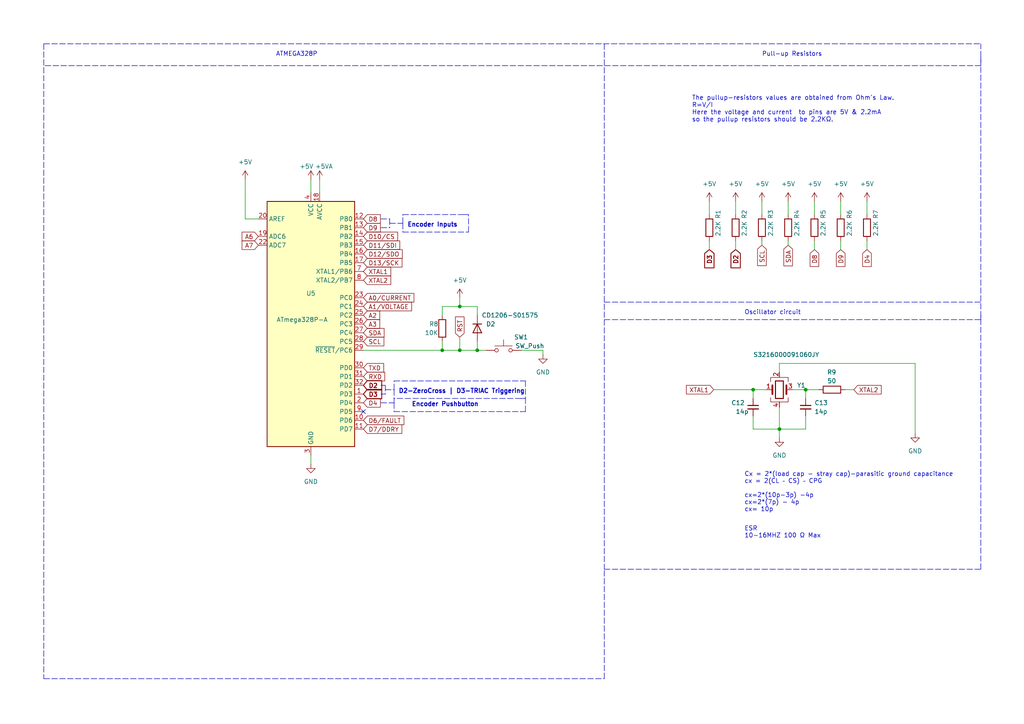
<source format=kicad_sch>
(kicad_sch (version 20210621) (generator eeschema)
  (paper "A4")
  (lib_symbols
    (symbol "Device:C_Small" (pin_numbers hide) (pin_names (offset 0.254) hide)
      (property "Reference" "C" (at 0.254 1.778 0))
      (property "Value" "C_Small" (at 0.254 -2.032 0))
      (symbol "C_Small_0_1"
        (polyline (pts (xy -1.524 -0.508) (xy 1.524 -0.508)) (stroke (width 0.3302)))
        (polyline (pts (xy -1.524 0.508) (xy 1.524 0.508)) (stroke (width 0.3048)))
      )
      (symbol "C_Small_1_1"
        (pin passive line (at 0 2.54 270) (length 2.032) (name "~") (number "1"))
        (pin passive line (at 0 -2.54 90) (length 2.032) (name "~") (number "2"))
      )
    )
    (symbol "Device:Crystal_GND24" (pin_names (offset 1.016) hide)
      (property "Reference" "Y" (at 3.175 5.08 0))
      (property "Value" "Crystal_GND24" (at 3.175 3.175 0))
      (symbol "Crystal_GND24_0_1"
        (rectangle (start -1.143 2.54) (end 1.143 -2.54) (stroke (width 0.3048)))
        (polyline (pts (xy -2.54 0) (xy -2.032 0)))
        (polyline (pts (xy -2.032 -1.27) (xy -2.032 1.27)) (stroke (width 0.508)))
        (polyline (pts (xy 0 -3.81) (xy 0 -3.556)))
        (polyline (pts (xy 0 3.556) (xy 0 3.81)))
        (polyline (pts (xy 2.032 -1.27) (xy 2.032 1.27)) (stroke (width 0.508)))
        (polyline (pts (xy 2.032 0) (xy 2.54 0)))
        (polyline (pts (xy -2.54 -2.286) (xy -2.54 -3.556) (xy 2.54 -3.556) (xy 2.54 -2.286)))
        (polyline (pts (xy -2.54 2.286) (xy -2.54 3.556) (xy 2.54 3.556) (xy 2.54 2.286)))
      )
      (symbol "Crystal_GND24_1_1"
        (pin passive line (at -3.81 0 0) (length 1.27) (name "1") (number "1"))
        (pin passive line (at 0 5.08 270) (length 1.27) (name "2") (number "2"))
        (pin passive line (at 3.81 0 180) (length 1.27) (name "3") (number "3"))
        (pin passive line (at 0 -5.08 90) (length 1.27) (name "4") (number "4"))
      )
    )
    (symbol "Device:R" (pin_numbers hide) (pin_names (offset 0))
      (property "Reference" "R" (at 2.032 0 90))
      (property "Value" "R" (at 0 0 90))
      (symbol "R_0_1"
        (rectangle (start -1.016 -2.54) (end 1.016 2.54) (stroke (width 0.254)))
      )
      (symbol "R_1_1"
        (pin passive line (at 0 3.81 270) (length 1.27) (name "~") (number "1"))
        (pin passive line (at 0 -3.81 90) (length 1.27) (name "~") (number "2"))
      )
    )
    (symbol "Diode:1N4002" (pin_numbers hide) (pin_names (offset 1.016) hide)
      (property "Reference" "D" (at 0 2.54 0))
      (property "Value" "1N4002" (at 0 -2.54 0))
      (symbol "1N4002_0_1"
        (polyline (pts (xy -1.27 1.27) (xy -1.27 -1.27)) (stroke (width 0.254)))
        (polyline (pts (xy 1.27 0) (xy -1.27 0)))
        (polyline (pts (xy 1.27 1.27) (xy 1.27 -1.27) (xy -1.27 0) (xy 1.27 1.27)) (stroke (width 0.254)))
      )
      (symbol "1N4002_1_1"
        (pin passive line (at -3.81 0 0) (length 2.54) (name "K") (number "1"))
        (pin passive line (at 3.81 0 180) (length 2.54) (name "A") (number "2"))
      )
    )
    (symbol "MCU_Microchip_ATmega:ATmega328P-A"
      (property "Reference" "U" (at -12.7 36.83 0))
      (property "Value" "ATmega328P-A" (at 2.54 -36.83 0))
      (symbol "ATmega328P-A_0_1"
        (rectangle (start -12.7 -35.56) (end 12.7 35.56) (stroke (width 0.254)) (fill (type background)))
      )
      (symbol "ATmega328P-A_1_1"
        (pin bidirectional line (at 15.24 -20.32 180) (length 2.54) (name "PD3") (number "1"))
        (pin bidirectional line (at 15.24 -27.94 180) (length 2.54) (name "PD6") (number "10"))
        (pin bidirectional line (at 15.24 -30.48 180) (length 2.54) (name "PD7") (number "11"))
        (pin bidirectional line (at 15.24 30.48 180) (length 2.54) (name "PB0") (number "12"))
        (pin bidirectional line (at 15.24 27.94 180) (length 2.54) (name "PB1") (number "13"))
        (pin bidirectional line (at 15.24 25.4 180) (length 2.54) (name "PB2") (number "14"))
        (pin bidirectional line (at 15.24 22.86 180) (length 2.54) (name "PB3") (number "15"))
        (pin bidirectional line (at 15.24 20.32 180) (length 2.54) (name "PB4") (number "16"))
        (pin bidirectional line (at 15.24 17.78 180) (length 2.54) (name "PB5") (number "17"))
        (pin power_in line (at 2.54 38.1 270) (length 2.54) (name "AVCC") (number "18"))
        (pin input line (at -15.24 25.4 0) (length 2.54) (name "ADC6") (number "19"))
        (pin bidirectional line (at 15.24 -22.86 180) (length 2.54) (name "PD4") (number "2"))
        (pin passive line (at -15.24 30.48 0) (length 2.54) (name "AREF") (number "20"))
        (pin passive line (at 0 -38.1 90) (length 2.54) hide (name "GND") (number "21"))
        (pin input line (at -15.24 22.86 0) (length 2.54) (name "ADC7") (number "22"))
        (pin bidirectional line (at 15.24 7.62 180) (length 2.54) (name "PC0") (number "23"))
        (pin bidirectional line (at 15.24 5.08 180) (length 2.54) (name "PC1") (number "24"))
        (pin bidirectional line (at 15.24 2.54 180) (length 2.54) (name "PC2") (number "25"))
        (pin bidirectional line (at 15.24 0 180) (length 2.54) (name "PC3") (number "26"))
        (pin bidirectional line (at 15.24 -2.54 180) (length 2.54) (name "PC4") (number "27"))
        (pin bidirectional line (at 15.24 -5.08 180) (length 2.54) (name "PC5") (number "28"))
        (pin bidirectional line (at 15.24 -7.62 180) (length 2.54) (name "~{RESET}/PC6") (number "29"))
        (pin power_in line (at 0 -38.1 90) (length 2.54) (name "GND") (number "3"))
        (pin bidirectional line (at 15.24 -12.7 180) (length 2.54) (name "PD0") (number "30"))
        (pin bidirectional line (at 15.24 -15.24 180) (length 2.54) (name "PD1") (number "31"))
        (pin bidirectional line (at 15.24 -17.78 180) (length 2.54) (name "PD2") (number "32"))
        (pin power_in line (at 0 38.1 270) (length 2.54) (name "VCC") (number "4"))
        (pin passive line (at 0 -38.1 90) (length 2.54) hide (name "GND") (number "5"))
        (pin passive line (at 0 38.1 270) (length 2.54) hide (name "VCC") (number "6"))
        (pin bidirectional line (at 15.24 15.24 180) (length 2.54) (name "XTAL1/PB6") (number "7"))
        (pin bidirectional line (at 15.24 12.7 180) (length 2.54) (name "XTAL2/PB7") (number "8"))
        (pin bidirectional line (at 15.24 -25.4 180) (length 2.54) (name "PD5") (number "9"))
      )
    )
    (symbol "Switch:SW_Push" (pin_numbers hide) (pin_names (offset 1.016) hide)
      (property "Reference" "SW" (at 1.27 2.54 0))
      (property "Value" "SW_Push" (at 0 -1.524 0))
      (symbol "SW_Push_0_1"
        (circle (center -2.032 0) (radius 0.508))
        (polyline (pts (xy 0 1.27) (xy 0 3.048)))
        (polyline (pts (xy 2.54 1.27) (xy -2.54 1.27)))
        (circle (center 2.032 0) (radius 0.508))
        (pin passive line (at -5.08 0 0) (length 2.54) (name "1") (number "1"))
        (pin passive line (at 5.08 0 180) (length 2.54) (name "2") (number "2"))
      )
    )
    (symbol "power:+5V" (power) (pin_names (offset 0))
      (property "Value" "+5V" (at 0 3.556 0))
      (symbol "+5V_0_1"
        (polyline (pts (xy -0.762 1.27) (xy 0 2.54)))
        (polyline (pts (xy 0 0) (xy 0 2.54)))
        (polyline (pts (xy 0 2.54) (xy 0.762 1.27)))
      )
      (symbol "+5V_1_1"
        (pin power_in line (at 0 0 90) (length 0) hide (name "+5V") (number "1"))
      )
    )
    (symbol "power:+5VA" (power) (pin_names (offset 0))
      (property "Value" "+5VA" (at 0 3.556 0))
      (symbol "+5VA_0_1"
        (polyline (pts (xy -0.762 1.27) (xy 0 2.54)))
        (polyline (pts (xy 0 0) (xy 0 2.54)))
        (polyline (pts (xy 0 2.54) (xy 0.762 1.27)))
      )
      (symbol "+5VA_1_1"
        (pin power_in line (at 0 0 90) (length 0) hide (name "+5VA") (number "1"))
      )
    )
    (symbol "power:GND" (power) (pin_names (offset 0))
      (property "Value" "GND" (at 0 -3.81 0))
      (symbol "GND_0_1"
        (polyline (pts (xy 0 0) (xy 0 -1.27) (xy 1.27 -1.27) (xy 0 -2.54) (xy -1.27 -1.27) (xy 0 -1.27)))
      )
      (symbol "GND_1_1"
        (pin power_in line (at 0 0 270) (length 0) hide (name "GND") (number "1"))
      )
    )
  )
  (junction (at 226.06 124.46))
  (junction (at 218.44 113.03))
  (junction (at 128.27 101.6))
  (junction (at 133.35 101.6))
  (junction (at 138.43 101.6))
  (junction (at 133.35 88.9))
  (junction (at 233.68 113.03))
  (no_connect (at 105.41 119.38))
  (wire (pts (xy 226.06 105.41) (xy 265.43 105.41)))
  (wire (pts (xy 226.06 107.95) (xy 226.06 105.41)))
  (polyline (pts (xy 151.13 110.49) (xy 152.4 110.49)))
  (wire (pts (xy 220.98 58.42) (xy 220.98 62.23)))
  (wire (pts (xy 138.43 101.6) (xy 140.97 101.6)))
  (polyline (pts (xy 114.3 113.03) (xy 114.3 110.49)))
  (polyline (pts (xy 114.3 113.03) (xy 114.3 115.57)))
  (polyline (pts (xy 152.4 110.49) (xy 152.4 115.57)))
  (polyline (pts (xy 114.3 110.49) (xy 151.13 110.49)))
  (polyline (pts (xy 151.13 115.57) (xy 114.3 115.57)))
  (polyline (pts (xy 284.48 91.44) (xy 284.48 92.71)))
  (wire (pts (xy 265.43 105.41) (xy 265.43 125.73)))
  (polyline (pts (xy 114.3 115.57) (xy 114.3 116.84)))
  (polyline (pts (xy 110.49 116.84) (xy 114.3 116.84)))
  (wire (pts (xy 245.11 113.03) (xy 247.65 113.03)))
  (wire (pts (xy 218.44 120.65) (xy 218.44 124.46)))
  (wire (pts (xy 213.36 72.39) (xy 213.36 69.85)))
  (polyline (pts (xy 114.3 116.84) (xy 114.3 119.38)))
  (polyline (pts (xy 114.3 119.38) (xy 151.13 119.38)))
  (wire (pts (xy 207.01 113.03) (xy 218.44 113.03)))
  (wire (pts (xy 233.68 120.65) (xy 233.68 124.46)))
  (wire (pts (xy 220.98 71.12) (xy 220.98 69.85)))
  (polyline (pts (xy 175.26 165.1) (xy 284.48 165.1)))
  (polyline (pts (xy 284.48 165.1) (xy 284.48 12.7)))
  (polyline (pts (xy 12.7 196.85) (xy 175.26 196.85)))
  (polyline (pts (xy 175.26 196.85) (xy 175.26 165.1)))
  (polyline (pts (xy 12.7 12.7) (xy 12.7 196.85)))
  (polyline (pts (xy 12.7 12.7) (xy 284.48 12.7)))
  (wire (pts (xy 226.06 118.11) (xy 226.06 124.46)))
  (wire (pts (xy 236.22 58.42) (xy 236.22 62.23)))
  (wire (pts (xy 233.68 113.03) (xy 237.49 113.03)))
  (wire (pts (xy 226.06 124.46) (xy 233.68 124.46)))
  (wire (pts (xy 218.44 124.46) (xy 226.06 124.46)))
  (wire (pts (xy 233.68 113.03) (xy 233.68 115.57)))
  (wire (pts (xy 229.87 113.03) (xy 233.68 113.03)))
  (wire (pts (xy 243.84 72.39) (xy 243.84 69.85)))
  (polyline (pts (xy 110.49 114.3) (xy 111.76 114.3)))
  (polyline (pts (xy 110.49 111.76) (xy 111.76 111.76)))
  (polyline (pts (xy 111.76 111.76) (xy 111.76 114.3)))
  (wire (pts (xy 133.35 86.36) (xy 133.35 88.9)))
  (wire (pts (xy 90.17 132.08) (xy 90.17 134.62)))
  (polyline (pts (xy 116.84 64.77) (xy 116.84 67.31)))
  (polyline (pts (xy 113.03 64.77) (xy 116.84 64.77)))
  (polyline (pts (xy 116.84 64.77) (xy 116.84 62.23)))
  (polyline (pts (xy 116.84 62.23) (xy 134.62 62.23)))
  (wire (pts (xy 228.6 71.12) (xy 228.6 69.85)))
  (wire (pts (xy 138.43 88.9) (xy 138.43 91.44)))
  (wire (pts (xy 133.35 88.9) (xy 138.43 88.9)))
  (wire (pts (xy 128.27 88.9) (xy 133.35 88.9)))
  (wire (pts (xy 128.27 91.44) (xy 128.27 88.9)))
  (wire (pts (xy 128.27 99.06) (xy 128.27 101.6)))
  (wire (pts (xy 105.41 101.6) (xy 128.27 101.6)))
  (polyline (pts (xy 151.13 119.38) (xy 152.4 119.38)))
  (polyline (pts (xy 152.4 119.38) (xy 152.4 115.57)))
  (wire (pts (xy 92.71 52.07) (xy 92.71 55.88)))
  (wire (pts (xy 205.74 58.42) (xy 205.74 62.23)))
  (polyline (pts (xy 151.13 115.57) (xy 152.4 115.57)))
  (wire (pts (xy 228.6 58.42) (xy 228.6 62.23)))
  (wire (pts (xy 251.46 72.39) (xy 251.46 69.85)))
  (polyline (pts (xy 175.26 87.63) (xy 284.48 87.63)))
  (wire (pts (xy 138.43 101.6) (xy 138.43 99.06)))
  (wire (pts (xy 133.35 101.6) (xy 138.43 101.6)))
  (wire (pts (xy 128.27 101.6) (xy 133.35 101.6)))
  (polyline (pts (xy 284.48 16.51) (xy 284.48 19.05)))
  (polyline (pts (xy 284.48 19.05) (xy 12.7 19.05)))
  (wire (pts (xy 213.36 58.42) (xy 213.36 62.23)))
  (polyline (pts (xy 110.49 63.5) (xy 113.03 63.5)))
  (polyline (pts (xy 110.49 66.04) (xy 113.03 66.04)))
  (polyline (pts (xy 113.03 63.5) (xy 113.03 66.04)))
  (wire (pts (xy 90.17 52.07) (xy 90.17 55.88)))
  (polyline (pts (xy 116.84 67.31) (xy 135.89 67.31)))
  (polyline (pts (xy 135.89 67.31) (xy 135.89 62.23)))
  (polyline (pts (xy 134.62 62.23) (xy 135.89 62.23)))
  (wire (pts (xy 251.46 58.42) (xy 251.46 62.23)))
  (wire (pts (xy 226.06 124.46) (xy 226.06 127)))
  (wire (pts (xy 218.44 113.03) (xy 222.25 113.03)))
  (wire (pts (xy 218.44 113.03) (xy 218.44 115.57)))
  (polyline (pts (xy 111.76 113.03) (xy 114.3 113.03)))
  (wire (pts (xy 205.74 72.39) (xy 205.74 69.85)))
  (wire (pts (xy 236.22 72.39) (xy 236.22 69.85)))
  (wire (pts (xy 71.12 63.5) (xy 74.93 63.5)))
  (wire (pts (xy 71.12 52.07) (xy 71.12 63.5)))
  (wire (pts (xy 243.84 58.42) (xy 243.84 62.23)))
  (wire (pts (xy 151.13 101.6) (xy 157.48 101.6)))
  (wire (pts (xy 157.48 101.6) (xy 157.48 102.87)))
  (polyline (pts (xy 175.26 92.71) (xy 284.48 92.71)))
  (wire (pts (xy 133.35 97.79) (xy 133.35 101.6)))
  (polyline (pts (xy 175.26 12.7) (xy 175.26 165.1)))
  (text "Cx = 2*(load cap - stray cap)-parasitic ground capacitance\ncx = 2(CL – CS) – CPG \n\ncx=2*(10p-3p) -4p\ncx=2*(7p) - 4p\ncx= 10p" (at 215.9 148.59 0) (effects (font (size 1.27 1.27)) (justify left bottom)))
  (text "The pullup-resistors values are obtained from Ohm's Law.\nR=V/I\nHere the voltage and current  to pins are 5V & 2.2mA \nso the pullup resistors should be 2.2KΩ.\n" (at 200.66 35.56 0) (effects (font (size 1.3 1.3)) (justify left bottom)))
  (text "Encoder Inputs\n" (at 118.11 66.04 0) (effects (font (size 1.27 1.27) (thickness 0.254) bold) (justify left bottom)))
  (text "ESR\n10-16MHZ 100 Ω Max" (at 215.9 156.21 0) (effects (font (size 1.27 1.27)) (justify left bottom)))
  (text "D2-ZeroCross | D3-TRIAC Triggering\n" (at 115.57 114.3 0) (effects (font (size 1.27 1.27) (thickness 0.254) bold) (justify left bottom)))
  (text "ATMEGA328P\n" (at 80.01 16.51 0) (effects (font (size 1.27 1.27)) (justify left bottom)))
  (text "Oscillator circuit" (at 215.9 91.44 0) (effects (font (size 1.27 1.27)) (justify left bottom)))
  (text "Encoder Pushbutton\n" (at 119.38 118.11 0) (effects (font (size 1.27 1.27) (thickness 0.254) bold) (justify left bottom)))
  (text "Pull-up Resistors\n" (at 220.98 16.51 0) (effects (font (size 1.27 1.27)) (justify left bottom)))
  (global_label "D11{slash}SDI" (shape input) (at 105.41 71.12 0) (property "Intersheet References" "${INTERSHEET_REFS}" (effects hide)))
  (global_label "D4" (shape input) (at 251.46 72.39 270) (property "Intersheet References" "${INTERSHEET_REFS}" (effects hide)))
  (global_label "SCL" (shape input) (at 220.98 71.12 270) (property "Intersheet References" "${INTERSHEET_REFS}" (effects hide)))
  (global_label "D8" (shape input) (at 105.41 63.5 0) (property "Intersheet References" "${INTERSHEET_REFS}" (effects hide)))
  (global_label "D3" (shape input) (at 105.41 114.3 0) (effects (font (thickness 0.254) bold)) (property "Intersheet References" "${INTERSHEET_REFS}" (effects hide)))
  (global_label "XTAL2" (shape input) (at 105.41 81.28 0) (property "Intersheet References" "${INTERSHEET_REFS}" (effects hide)))
  (global_label "A6" (shape input) (at 74.93 68.58 180) (property "Intersheet References" "${INTERSHEET_REFS}" (effects hide)))
  (global_label "A3" (shape input) (at 105.41 93.98 0) (property "Intersheet References" "${INTERSHEET_REFS}" (effects hide)))
  (global_label "XTAL2" (shape input) (at 247.65 113.03 0) (property "Intersheet References" "${INTERSHEET_REFS}" (effects hide)))
  (global_label "A1{slash}VOLTAGE" (shape input) (at 105.41 88.9 0) (property "Intersheet References" "${INTERSHEET_REFS}" (effects hide)))
  (global_label "SDA" (shape input) (at 228.6 71.12 270) (property "Intersheet References" "${INTERSHEET_REFS}" (effects hide)))
  (global_label "XTAL1" (shape input) (at 207.01 113.03 180) (property "Intersheet References" "${INTERSHEET_REFS}" (effects hide)))
  (global_label "D10{slash}CS" (shape input) (at 105.41 68.58 0) (property "Intersheet References" "${INTERSHEET_REFS}" (effects hide)))
  (global_label "SCL" (shape input) (at 105.41 99.06 0) (property "Intersheet References" "${INTERSHEET_REFS}" (effects hide)))
  (global_label "TXD" (shape input) (at 105.41 106.68 0) (property "Intersheet References" "${INTERSHEET_REFS}" (effects hide)))
  (global_label "D8" (shape input) (at 236.22 72.39 270) (property "Intersheet References" "${INTERSHEET_REFS}" (effects hide)))
  (global_label "D2" (shape input) (at 105.41 111.76 0) (effects (font (thickness 0.254) bold)) (property "Intersheet References" "${INTERSHEET_REFS}" (effects hide)))
  (global_label "A2" (shape input) (at 105.41 91.44 0) (property "Intersheet References" "${INTERSHEET_REFS}" (effects hide)))
  (global_label "RXD" (shape input) (at 105.41 109.22 0) (property "Intersheet References" "${INTERSHEET_REFS}" (effects hide)))
  (global_label "D3" (shape input) (at 205.74 72.39 270) (effects (font (thickness 0.254) bold)) (property "Intersheet References" "${INTERSHEET_REFS}" (effects hide)))
  (global_label "A7" (shape input) (at 74.93 71.12 180) (property "Intersheet References" "${INTERSHEET_REFS}" (effects hide)))
  (global_label "D2" (shape input) (at 213.36 72.39 270) (effects (font (thickness 0.254) bold)) (property "Intersheet References" "${INTERSHEET_REFS}" (effects hide)))
  (global_label "D6{slash}FAULT" (shape input) (at 105.41 121.92 0) (property "Intersheet References" "${INTERSHEET_REFS}" (effects hide)))
  (global_label "D7{slash}DDRY" (shape input) (at 105.41 124.46 0) (property "Intersheet References" "${INTERSHEET_REFS}" (effects hide)))
  (global_label "XTAL1" (shape input) (at 105.41 78.74 0) (property "Intersheet References" "${INTERSHEET_REFS}" (effects hide)))
  (global_label "D9" (shape input) (at 243.84 72.39 270) (property "Intersheet References" "${INTERSHEET_REFS}" (effects hide)))
  (global_label "RST" (shape input) (at 133.35 97.79 90) (property "Intersheet References" "${INTERSHEET_REFS}" (effects hide)))
  (global_label "D4" (shape input) (at 105.41 116.84 0) (property "Intersheet References" "${INTERSHEET_REFS}" (effects hide)))
  (global_label "SDA" (shape input) (at 105.41 96.52 0) (property "Intersheet References" "${INTERSHEET_REFS}" (effects hide)))
  (global_label "D12{slash}SDO" (shape input) (at 105.41 73.66 0) (property "Intersheet References" "${INTERSHEET_REFS}" (effects hide)))
  (global_label "D9" (shape input) (at 105.41 66.04 0) (property "Intersheet References" "${INTERSHEET_REFS}" (effects hide)))
  (global_label "D13{slash}SCK" (shape input) (at 105.41 76.2 0) (property "Intersheet References" "${INTERSHEET_REFS}" (effects hide)))
  (global_label "A0{slash}CURRENT" (shape input) (at 105.41 86.36 0) (property "Intersheet References" "${INTERSHEET_REFS}" (effects hide)))
  (symbol (lib_id "power:+5V") (at 90.17 52.07 0) (unit 1)
    (property "Reference" "#PWR021" (effects hide))
    (property "Value" "+5V" (at 88.9 48.26 0))
  )
  (symbol (lib_id "Device:Crystal_GND24") (at 226.06 113.03 0) (unit 1)
    (property "Reference" "Y1" (at 231.14 111.7599 0) (effects (justify left)))
    (property "Value" "S3216000091060JY" (at 218.44 102.8699 0) (effects (justify left)))
    (property "Footprint" "Crystal:Crystal_SMD_3225-4Pin_3.2x2.5mm_HandSoldering" (effects hide))
  )
  (symbol (lib_id "Device:R") (at 213.36 66.04 0) (unit 1)
    (property "Reference" "R2" (at 215.9 63.4999 90) (effects (justify left)))
    (property "Value" "2.2K" (at 215.9 68.5799 90) (effects (justify left)))
    (property "Footprint" "Resistor_SMD:R_0805_2012Metric" (effects hide))
  )
  (symbol (lib_id "Device:C_Small") (at 233.68 118.11 0) (unit 1)
    (property "Reference" "C13" (at 236.22 116.8399 0) (effects (justify left)))
    (property "Value" "14p" (at 236.22 119.3799 0) (effects (justify left)))
    (property "Footprint" "Capacitor_SMD:C_0805_2012Metric" (effects hide))
  )
  (symbol (lib_id "power:+5VA") (at 92.71 52.07 0) (unit 1)
    (property "Reference" "#PWR022" (effects hide))
    (property "Value" "+5VA" (at 93.98 48.26 0))
  )
  (symbol (lib_id "power:+5V") (at 236.22 58.42 0) (unit 1)
    (property "Reference" "#PWR027" (effects hide))
    (property "Value" "+5V" (at 236.22 53.34 0))
  )
  (symbol (lib_id "power:+5V") (at 220.98 58.42 0) (unit 1)
    (property "Reference" "#PWR025" (effects hide))
    (property "Value" "+5V" (at 220.98 53.34 0))
  )
  (symbol (lib_id "Device:R") (at 251.46 66.04 0) (unit 1)
    (property "Reference" "R7" (at 254 63.4999 90) (effects (justify left)))
    (property "Value" "2.2K" (at 254 68.5799 90) (effects (justify left)))
    (property "Footprint" "Resistor_SMD:R_0805_2012Metric" (effects hide))
  )
  (symbol (lib_id "Device:R") (at 220.98 66.04 0) (unit 1)
    (property "Reference" "R3" (at 223.52 63.4999 90) (effects (justify left)))
    (property "Value" "2.2K" (at 223.52 68.5799 90) (effects (justify left)))
    (property "Footprint" "Resistor_SMD:R_0805_2012Metric" (effects hide))
  )
  (symbol (lib_id "power:+5V") (at 213.36 58.42 0) (unit 1)
    (property "Reference" "#PWR024" (effects hide))
    (property "Value" "+5V" (at 213.36 53.34 0))
  )
  (symbol (lib_id "Device:R") (at 236.22 66.04 0) (unit 1)
    (property "Reference" "R5" (at 238.76 63.4999 90) (effects (justify left)))
    (property "Value" "2.2K" (at 238.76 68.5799 90) (effects (justify left)))
    (property "Footprint" "Resistor_SMD:R_0805_2012Metric" (effects hide))
  )
  (symbol (lib_id "Device:R") (at 241.3 113.03 90) (unit 1)
    (property "Reference" "R9" (at 242.5699 107.95 90) (effects (justify left)))
    (property "Value" "50" (at 242.5699 110.49 90) (effects (justify left)))
    (property "Footprint" "Resistor_SMD:R_0805_2012Metric" (effects hide))
  )
  (symbol (lib_id "Switch:SW_Push") (at 146.05 101.6 0) (unit 1)
    (property "Reference" "SW1" (at 151.13 97.79 0))
    (property "Value" "SW_Push" (at 153.67 100.33 0))
    (property "Footprint" "Button_Switch_SMD:SW_SPST_CK_RS282G05A3" (effects hide))
  )
  (symbol (lib_id "Device:R") (at 205.74 66.04 0) (unit 1)
    (property "Reference" "R1" (at 208.28 63.4999 90) (effects (justify left)))
    (property "Value" "2.2K" (at 208.28 68.5799 90) (effects (justify left)))
    (property "Footprint" "Resistor_SMD:R_0805_2012Metric" (effects hide))
  )
  (symbol (lib_id "power:GND") (at 90.17 134.62 0) (unit 1)
    (property "Reference" "#PWR034" (effects hide))
    (property "Value" "GND" (at 90.17 139.7 0))
  )
  (symbol (lib_id "Device:R") (at 128.27 95.25 0) (unit 1)
    (property "Reference" "R8" (at 124.46 93.9799 0) (effects (justify left)))
    (property "Value" "10K" (at 123.19 96.5199 0) (effects (justify left)))
    (property "Footprint" "Resistor_SMD:R_0805_2012Metric" (effects hide))
  )
  (symbol (lib_id "power:+5V") (at 205.74 58.42 0) (unit 1)
    (property "Reference" "#PWR023" (effects hide))
    (property "Value" "+5V" (at 205.74 53.34 0))
  )
  (symbol (lib_id "Diode:1N4002") (at 138.43 95.25 270) (unit 1)
    (property "Reference" "D2" (at 140.97 93.9799 90) (effects (justify left)))
    (property "Value" "CD1206-S01575" (at 139.7 91.4399 90) (effects (justify left)))
    (property "Footprint" "Diode_SMD:D_1206_3216Metric" (effects hide))
    (property "Datasheet" "http://www.vishay.com/docs/88503/1n4001.pdf" (effects hide))
  )
  (symbol (lib_id "Device:R") (at 228.6 66.04 0) (unit 1)
    (property "Reference" "R4" (at 231.14 63.4999 90) (effects (justify left)))
    (property "Value" "2.2K" (at 231.14 68.5799 90) (effects (justify left)))
    (property "Footprint" "Resistor_SMD:R_0805_2012Metric" (effects hide))
  )
  (symbol (lib_id "power:GND") (at 226.06 127 0) (unit 1)
    (property "Reference" "#PWR033" (effects hide))
    (property "Value" "GND" (at 226.06 132.08 0))
  )
  (symbol (lib_id "power:+5V") (at 133.35 86.36 0) (unit 1)
    (property "Reference" "#PWR030" (effects hide))
    (property "Value" "+5V" (at 133.35 81.28 0))
  )
  (symbol (lib_id "power:GND") (at 157.48 102.87 0) (unit 1)
    (property "Reference" "#PWR031" (effects hide))
    (property "Value" "GND" (at 157.48 107.95 0))
  )
  (symbol (lib_id "power:+5V") (at 251.46 58.42 0) (unit 1)
    (property "Reference" "#PWR029" (effects hide))
    (property "Value" "+5V" (at 251.46 53.34 0))
  )
  (symbol (lib_id "MCU_Microchip_ATmega:ATmega328P-A") (at 90.17 93.98 0) (unit 1)
    (property "Reference" "U5" (at 90.17 85.09 0))
    (property "Value" "ATmega328P-A" (at 87.63 92.71 0))
    (property "Footprint" "Package_QFP:TQFP-32_7x7mm_P0.8mm" (effects hide))
    (property "Datasheet" "http://ww1.microchip.com/downloads/en/DeviceDoc/ATmega328_P%20AVR%20MCU%20with%20picoPower%20Technology%20Data%20Sheet%2040001984A.pdf" (effects hide))
  )
  (symbol (lib_id "power:+5V") (at 71.12 52.07 0) (unit 1)
    (property "Reference" "#PWR020" (effects hide))
    (property "Value" "+5V" (at 71.12 46.99 0))
  )
  (symbol (lib_id "Device:R") (at 243.84 66.04 0) (unit 1)
    (property "Reference" "R6" (at 246.38 63.4999 90) (effects (justify left)))
    (property "Value" "2.2K" (at 246.38 68.5799 90) (effects (justify left)))
    (property "Footprint" "Resistor_SMD:R_0805_2012Metric" (effects hide))
  )
  (symbol (lib_id "power:+5V") (at 243.84 58.42 0) (unit 1)
    (property "Reference" "#PWR028" (effects hide))
    (property "Value" "+5V" (at 243.84 53.34 0))
  )
  (symbol (lib_id "power:GND") (at 265.43 125.73 0) (unit 1)
    (property "Reference" "#PWR032" (effects hide))
    (property "Value" "GND" (at 265.43 130.81 0))
  )
  (symbol (lib_id "Device:C_Small") (at 218.44 118.11 0) (unit 1)
    (property "Reference" "C12" (at 212.09 116.8399 0) (effects (justify left)))
    (property "Value" "14p" (at 213.36 119.3799 0) (effects (justify left)))
    (property "Footprint" "Capacitor_SMD:C_0805_2012Metric" (effects hide))
  )
  (symbol (lib_id "power:+5V") (at 228.6 58.42 0) (unit 1)
    (property "Reference" "#PWR026" (effects hide))
    (property "Value" "+5V" (at 228.6 53.34 0))
  )
)
</source>
